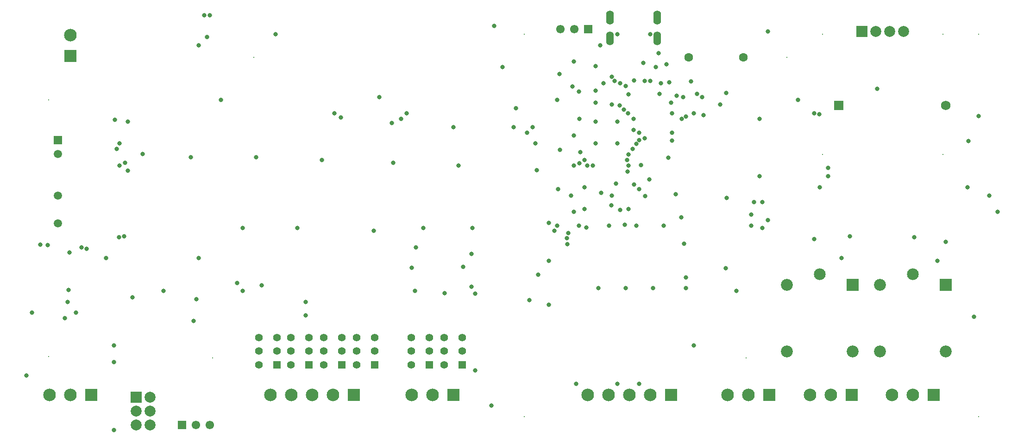
<source format=gbr>
G04*
G04 #@! TF.GenerationSoftware,Altium Limited,Altium Designer,25.5.2 (35)*
G04*
G04 Layer_Color=16711935*
%FSLAX43Y43*%
%MOMM*%
G71*
G04*
G04 #@! TF.SameCoordinates,FA6C6725-7EFF-47C5-9DEB-600D18B7A1A6*
G04*
G04*
G04 #@! TF.FilePolarity,Negative*
G04*
G01*
G75*
%ADD148C,1.400*%
%ADD149R,1.400X1.400*%
%ADD150R,2.303X2.303*%
%ADD151C,2.003*%
%ADD152R,1.550X1.550*%
%ADD153C,1.491*%
%ADD154C,2.303*%
%ADD155R,0.203X0.203*%
%ADD156C,1.550*%
%ADD157R,2.003X2.003*%
%ADD158R,1.727X1.727*%
%ADD159O,1.403X2.603*%
%ADD160O,1.361X2.519*%
%ADD161R,2.303X2.303*%
%ADD162R,2.183X2.183*%
%ADD163C,1.727*%
%ADD164R,2.003X2.003*%
%ADD165C,2.183*%
%ADD166C,2.138*%
%ADD167R,1.491X1.491*%
%ADD168C,0.803*%
%ADD169C,0.833*%
%ADD170C,1.603*%
D148*
X56800Y27000D02*
D03*
X53500D02*
D03*
Y24500D02*
D03*
X56800Y29500D02*
D03*
X53500D02*
D03*
X62650Y27000D02*
D03*
X59350D02*
D03*
Y24500D02*
D03*
X62650Y29500D02*
D03*
X59350D02*
D03*
X68650Y27000D02*
D03*
X65350D02*
D03*
Y24500D02*
D03*
X68650Y29500D02*
D03*
X65350D02*
D03*
X90650Y27000D02*
D03*
Y29500D02*
D03*
X87350Y27000D02*
D03*
Y29500D02*
D03*
Y24500D02*
D03*
X71350Y29500D02*
D03*
X74650D02*
D03*
X71350Y24500D02*
D03*
Y27000D02*
D03*
X74650D02*
D03*
X84650Y27000D02*
D03*
Y29500D02*
D03*
X81350Y27000D02*
D03*
Y29500D02*
D03*
Y24500D02*
D03*
D149*
X56800Y24500D02*
D03*
X62650Y24500D02*
D03*
X68650D02*
D03*
X90650Y24500D02*
D03*
X74650Y24500D02*
D03*
X84650Y24500D02*
D03*
D150*
X22810Y19000D02*
D03*
X70810Y19000D02*
D03*
X89000D02*
D03*
X128810Y19000D02*
D03*
X146810D02*
D03*
X176810D02*
D03*
X161810D02*
D03*
D151*
X33540Y16000D02*
D03*
X166230Y85550D02*
D03*
X168770D02*
D03*
X171310D02*
D03*
X33540Y18540D02*
D03*
Y13460D02*
D03*
X31000Y16000D02*
D03*
Y13460D02*
D03*
D152*
X39413Y13470D02*
D03*
X113640Y85979D02*
D03*
D153*
X16750Y55460D02*
D03*
Y63080D02*
D03*
Y50380D02*
D03*
D154*
X55570Y19000D02*
D03*
X59380D02*
D03*
X63190D02*
D03*
X67000D02*
D03*
X81380D02*
D03*
X85190D02*
D03*
X143000Y19000D02*
D03*
X139190D02*
D03*
X125000D02*
D03*
X121190D02*
D03*
X117380D02*
D03*
X113570D02*
D03*
X169190D02*
D03*
X173000D02*
D03*
X154190D02*
D03*
X158000D02*
D03*
X19000Y84810D02*
D03*
X15190Y19000D02*
D03*
X19000D02*
D03*
D155*
X52500Y80750D02*
D03*
X156500Y63000D02*
D03*
X178500D02*
D03*
X156500Y85000D02*
D03*
X178500D02*
D03*
X150000Y80750D02*
D03*
X142500Y25750D02*
D03*
X45000D02*
D03*
X15000Y73000D02*
D03*
X102000Y85000D02*
D03*
X185000D02*
D03*
Y15000D02*
D03*
X102000D02*
D03*
X15000Y26000D02*
D03*
D156*
X41953Y13470D02*
D03*
X44493D02*
D03*
X108560Y85979D02*
D03*
X111100D02*
D03*
D157*
X163690Y85550D02*
D03*
D158*
X159493Y72000D02*
D03*
D159*
X126320Y88100D02*
D03*
X117680D02*
D03*
D160*
X126320Y84275D02*
D03*
X117680D02*
D03*
D161*
X19000Y81000D02*
D03*
D162*
X179000Y39100D02*
D03*
X162000D02*
D03*
D163*
X179000Y72000D02*
D03*
D164*
X31000Y18540D02*
D03*
D165*
X167000Y39100D02*
D03*
X150000D02*
D03*
X167000Y26900D02*
D03*
X179000D02*
D03*
X150000D02*
D03*
X162000D02*
D03*
D166*
X173000Y41100D02*
D03*
X156000D02*
D03*
D167*
X16750Y65620D02*
D03*
D168*
X119000Y85000D02*
D03*
X104000Y65000D02*
D03*
X27000Y25000D02*
D03*
Y28000D02*
D03*
X30380Y36875D02*
D03*
X18500Y36000D02*
D03*
X18700Y38201D02*
D03*
X36000Y38000D02*
D03*
X41500Y32500D02*
D03*
X62000Y33500D02*
D03*
X42500Y44000D02*
D03*
X54000Y39000D02*
D03*
X60500Y49500D02*
D03*
X74500Y49000D02*
D03*
X50500Y49500D02*
D03*
X96000Y17000D02*
D03*
X111500Y21000D02*
D03*
X119000D02*
D03*
X123000D02*
D03*
X87421Y37612D02*
D03*
X92317Y38756D02*
D03*
X115500Y38500D02*
D03*
X120500D02*
D03*
X133000Y28000D02*
D03*
X125500Y38500D02*
D03*
X131500D02*
D03*
X140766Y38062D02*
D03*
X81448Y42245D02*
D03*
X90842Y42463D02*
D03*
X92307Y44793D02*
D03*
X82212Y45939D02*
D03*
X83500Y49500D02*
D03*
X92500D02*
D03*
X131500Y40500D02*
D03*
X138784Y42184D02*
D03*
X160000Y44000D02*
D03*
X177500Y43500D02*
D03*
X46500Y73000D02*
D03*
X25500Y44000D02*
D03*
X146500Y85500D02*
D03*
X185000Y70000D02*
D03*
X138902Y74292D02*
D03*
X133531Y74066D02*
D03*
X129821Y73713D02*
D03*
X126500Y81500D02*
D03*
X123712Y79788D02*
D03*
X115861Y82985D02*
D03*
X126000Y79000D02*
D03*
X126670Y74108D02*
D03*
X156000Y57000D02*
D03*
X144989Y59040D02*
D03*
X128300Y62382D02*
D03*
X188500Y52500D02*
D03*
X184187Y33315D02*
D03*
X129642Y55695D02*
D03*
X130690Y51465D02*
D03*
X131205Y46689D02*
D03*
X123317Y61017D02*
D03*
X120827Y59860D02*
D03*
X119000Y69000D02*
D03*
Y65000D02*
D03*
X115000D02*
D03*
X112043Y69529D02*
D03*
X115000Y69000D02*
D03*
X118774Y57695D02*
D03*
X120388Y50101D02*
D03*
X116000Y56000D02*
D03*
X117864Y53684D02*
D03*
X113000Y57000D02*
D03*
Y53000D02*
D03*
X113365Y49630D02*
D03*
X111000Y80000D02*
D03*
X108407Y77765D02*
D03*
X110761Y75457D02*
D03*
X108000Y73000D02*
D03*
X96500Y86500D02*
D03*
X98000Y79000D02*
D03*
X100500Y71500D02*
D03*
X103500Y68000D02*
D03*
X100000D02*
D03*
X80500Y70500D02*
D03*
X79500Y69500D02*
D03*
X77810Y68746D02*
D03*
X89000Y68000D02*
D03*
X56500Y85000D02*
D03*
X44000Y84500D02*
D03*
X75500Y73500D02*
D03*
X67251Y70554D02*
D03*
X68425Y69763D02*
D03*
X27116Y69327D02*
D03*
X41000Y62500D02*
D03*
X53000D02*
D03*
X111000Y52500D02*
D03*
X108171Y56618D02*
D03*
X110500Y55500D02*
D03*
X104500Y41000D02*
D03*
X90000Y61000D02*
D03*
X104273Y60093D02*
D03*
X65000Y62000D02*
D03*
X78000Y61500D02*
D03*
X102946Y36356D02*
D03*
X32210Y63124D02*
D03*
X29500Y60000D02*
D03*
X13500Y46500D02*
D03*
X18810Y45029D02*
D03*
X134756Y70211D02*
D03*
X133000Y70500D02*
D03*
X121000Y61000D02*
D03*
X42500Y83000D02*
D03*
X29500Y69000D02*
D03*
X119500Y52819D02*
D03*
X155000Y70500D02*
D03*
X157500Y60500D02*
D03*
X119430Y71930D02*
D03*
X145484Y54286D02*
D03*
X146500Y51000D02*
D03*
X145500Y49500D02*
D03*
X109866Y46608D02*
D03*
X102500Y67000D02*
D03*
X43500Y88500D02*
D03*
X27500Y64000D02*
D03*
X106500Y50500D02*
D03*
X28000Y61000D02*
D03*
X27897Y47857D02*
D03*
X155946Y70390D02*
D03*
X157500Y59000D02*
D03*
X115000Y72500D02*
D03*
X143977Y54237D02*
D03*
X143500Y52000D02*
D03*
Y50000D02*
D03*
X107500Y49000D02*
D03*
X109797Y47661D02*
D03*
X44500Y88500D02*
D03*
X27983Y65017D02*
D03*
X29000Y61500D02*
D03*
X28825Y47979D02*
D03*
X166500Y75000D02*
D03*
X152000Y73000D02*
D03*
X139000Y55000D02*
D03*
X179000Y47000D02*
D03*
X173267Y47819D02*
D03*
X123000Y67000D02*
D03*
X183199Y65411D02*
D03*
X128500Y76181D02*
D03*
X183000Y57000D02*
D03*
X187000Y55500D02*
D03*
X145000Y69500D02*
D03*
X62000Y36000D02*
D03*
X50500Y38000D02*
D03*
X49500Y39500D02*
D03*
X42000Y36500D02*
D03*
X120786Y61988D02*
D03*
X113500Y61000D02*
D03*
X127000Y76000D02*
D03*
X137800Y72133D02*
D03*
X122500Y50000D02*
D03*
X27000Y12500D02*
D03*
X11000Y22500D02*
D03*
X12000Y34000D02*
D03*
X155000Y47500D02*
D03*
X161500Y48000D02*
D03*
X118500Y76500D02*
D03*
X125000D02*
D03*
X128000Y79500D02*
D03*
X132451Y76356D02*
D03*
X114500Y61000D02*
D03*
X130793Y69482D02*
D03*
X123007Y56686D02*
D03*
X134500Y73500D02*
D03*
X131000D02*
D03*
X131500Y69962D02*
D03*
X124082Y55418D02*
D03*
X121000Y53000D02*
D03*
Y74000D02*
D03*
X93000Y37500D02*
D03*
X82000Y38000D02*
D03*
X93000Y23500D02*
D03*
X118000Y55500D02*
D03*
X123000Y65638D02*
D03*
X124833Y58439D02*
D03*
X122032Y57532D02*
D03*
X120500Y75500D02*
D03*
X116500Y76000D02*
D03*
X117982Y77206D02*
D03*
X120226Y71240D02*
D03*
X118000Y72140D02*
D03*
X115000Y79181D02*
D03*
X119500Y76000D02*
D03*
X122000Y69500D02*
D03*
X120966Y70500D02*
D03*
X124000Y76500D02*
D03*
X122017Y76517D02*
D03*
X122000Y67500D02*
D03*
X22000Y45767D02*
D03*
X129000Y67000D02*
D03*
X128994Y70494D02*
D03*
X21000Y46000D02*
D03*
X128819Y72500D02*
D03*
X124000Y66000D02*
D03*
X129000Y65500D02*
D03*
X14865Y46365D02*
D03*
X111000Y66500D02*
D03*
X108000Y50000D02*
D03*
X109990Y48630D02*
D03*
X127500Y50000D02*
D03*
X122473Y64966D02*
D03*
X121819Y64000D02*
D03*
X117500Y50000D02*
D03*
X112060Y61397D02*
D03*
X112000Y50000D02*
D03*
X111000Y61000D02*
D03*
X115000Y74681D02*
D03*
X112000Y74500D02*
D03*
X18000Y33000D02*
D03*
X20000Y34000D02*
D03*
X106500Y35500D02*
D03*
X113000Y62000D02*
D03*
X106500Y43500D02*
D03*
X112221Y63392D02*
D03*
X121000Y63000D02*
D03*
X108500Y63819D02*
D03*
D169*
X119000Y85000D02*
D03*
X125000D02*
D03*
D170*
X142000Y80770D02*
D03*
X132000D02*
D03*
M02*

</source>
